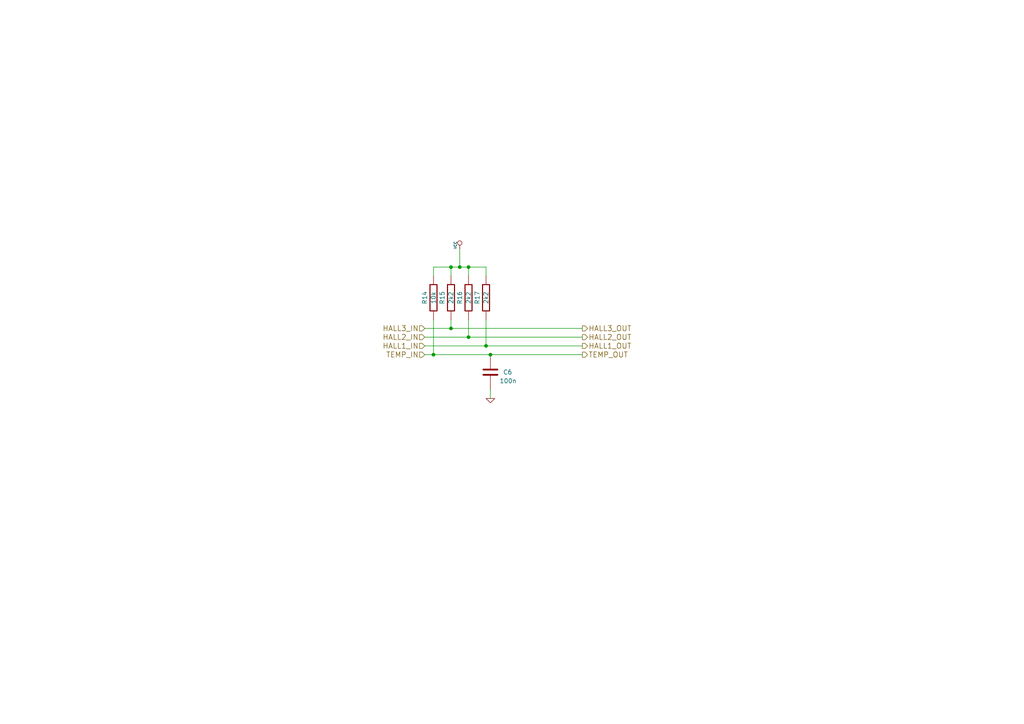
<source format=kicad_sch>
(kicad_sch (version 20231120) (generator "eeschema") (generator_version "8.0")
  (paper "A4")
  (lib_symbols
    (symbol "BLDC_4-rescue:C-RESCUE-BLDC_4" (pin_numbers hide) (pin_names (offset 0.254))
      (property "Reference" "C" (at 0 2.54 0))
      (property "Value" "C-RESCUE-BLDC_4" (at 0.1524 -2.159 0))
      (symbol "C-RESCUE-BLDC_4_0_1"
        (polyline (pts (xy -2.032 -0.762) (xy 2.032 -0.762)) (stroke (width 0.508)))
        (polyline (pts (xy -2.032 0.762) (xy 2.032 0.762)) (stroke (width 0.508)))
      )
      (symbol "C-RESCUE-BLDC_4_1_1"
        (pin passive line (at 0 5.08 270) (length 4.318) (name "~") (number "1"))
        (pin passive line (at 0 -5.08 90) (length 4.318) (name "~") (number "2"))
      )
    )
    (symbol "BLDC_4-rescue:GND-RESCUE-BLDC_4" (power) (pin_names (offset 0))
      (symbol "GND-RESCUE-BLDC_4_0_1"
        (polyline (pts (xy -1.27 0) (xy 0 -1.27) (xy 1.27 0) (xy -1.27 0)))
      )
      (symbol "GND-RESCUE-BLDC_4_1_1"
        (pin power_in line (at 0 0 90) (length 0) hide (name "GND") (number "1"))
      )
    )
    (symbol "BLDC_4-rescue:R-RESCUE-BLDC_4" (pin_numbers hide) (pin_names (offset 0))
      (property "Reference" "R" (at 2.032 0 90))
      (property "Value" "R-RESCUE-BLDC_4" (at 0.1778 0.0254 90))
      (symbol "R-RESCUE-BLDC_4_0_1"
        (rectangle (start -1.016 3.81) (end 1.016 -3.81) (stroke (width 0.3048)))
      )
      (symbol "R-RESCUE-BLDC_4_1_1"
        (pin passive line (at 0 6.35 270) (length 2.54) (name "~") (number "1"))
        (pin passive line (at 0 -6.35 90) (length 2.54) (name "~") (number "2"))
      )
    )
    (symbol "BLDC_4-rescue:VCC" (power) (pin_names (offset 0))
      (property "Value" "VCC" (at 0 3.81 0))
      (symbol "VCC_0_1"
        (polyline (pts (xy 0 0) (xy 0 1.27)))
        (circle (center 0 1.905) (radius 0.635))
      )
      (symbol "VCC_1_1"
        (pin power_in line (at 0 0 90) (length 0) hide (name "VCC") (number "1"))
      )
    )
  )
  (junction (at 135.89 77.47))
  (junction (at 133.35 77.47))
  (junction (at 125.73 102.87))
  (junction (at 130.81 95.25))
  (junction (at 130.81 77.47))
  (junction (at 135.89 97.79))
  (junction (at 140.97 100.33))
  (junction (at 142.24 102.87))
  (wire (pts (xy 135.89 97.79) (xy 168.91 97.79)))
  (wire (pts (xy 130.81 92.71) (xy 130.81 95.25)))
  (wire (pts (xy 130.81 77.47) (xy 133.35 77.47)))
  (wire (pts (xy 140.97 100.33) (xy 168.91 100.33)))
  (wire (pts (xy 135.89 92.71) (xy 135.89 97.79)))
  (wire (pts (xy 135.89 77.47) (xy 140.97 77.47)))
  (wire (pts (xy 125.73 77.47) (xy 125.73 80.01)))
  (wire (pts (xy 125.73 77.47) (xy 130.81 77.47)))
  (wire (pts (xy 123.19 95.25) (xy 130.81 95.25)))
  (wire (pts (xy 142.24 113.03) (xy 142.24 115.57)))
  (wire (pts (xy 123.19 100.33) (xy 140.97 100.33)))
  (wire (pts (xy 142.24 102.87) (xy 168.91 102.87)))
  (wire (pts (xy 125.73 102.87) (xy 142.24 102.87)))
  (wire (pts (xy 130.81 95.25) (xy 168.91 95.25)))
  (wire (pts (xy 133.35 77.47) (xy 135.89 77.47)))
  (wire (pts (xy 123.19 102.87) (xy 125.73 102.87)))
  (wire (pts (xy 125.73 92.71) (xy 125.73 102.87)))
  (wire (pts (xy 140.97 92.71) (xy 140.97 100.33)))
  (wire (pts (xy 130.81 80.01) (xy 130.81 77.47)))
  (wire (pts (xy 135.89 77.47) (xy 135.89 80.01)))
  (wire (pts (xy 133.35 72.39) (xy 133.35 77.47)))
  (wire (pts (xy 123.19 97.79) (xy 135.89 97.79)))
  (wire (pts (xy 140.97 77.47) (xy 140.97 80.01)))
  (hierarchical_label "HALL2_OUT" (shape output) (at 168.91 97.79 0) (effects (font (size 1.524 1.524))))
  (hierarchical_label "HALL3_OUT" (shape output) (at 168.91 95.25 0) (effects (font (size 1.524 1.524))))
  (hierarchical_label "HALL2_IN" (shape input) (at 123.19 97.79 180) (effects (font (size 1.524 1.524))))
  (hierarchical_label "HALL1_IN" (shape input) (at 123.19 100.33 180) (effects (font (size 1.524 1.524))))
  (hierarchical_label "TEMP_OUT" (shape output) (at 168.91 102.87 0) (effects (font (size 1.524 1.524))))
  (hierarchical_label "HALL1_OUT" (shape output) (at 168.91 100.33 0) (effects (font (size 1.524 1.524))))
  (hierarchical_label "HALL3_IN" (shape input) (at 123.19 95.25 180) (effects (font (size 1.524 1.524))))
  (hierarchical_label "TEMP_IN" (shape input) (at 123.19 102.87 180) (effects (font (size 1.524 1.524))))
  (symbol (lib_id "BLDC_4-rescue:R-RESCUE-BLDC_4") (at 125.73 86.36 180) (unit 1)
    (property "Reference" "R14" (at 123.19 86.36 90))
    (property "Value" "10k" (at 125.73 86.36 90))
    (property "Footprint" "Resistor_SMD:R_0603_1608Metric" (effects (hide yes)))
  )
  (symbol (lib_id "BLDC_4-rescue:R-RESCUE-BLDC_4") (at 130.81 86.36 180) (unit 1)
    (property "Reference" "R15" (at 128.27 86.36 90))
    (property "Value" "2k2" (at 130.81 86.36 90))
    (property "Footprint" "Resistor_SMD:R_0603_1608Metric" (effects (hide yes)))
  )
  (symbol (lib_id "BLDC_4-rescue:R-RESCUE-BLDC_4") (at 135.89 86.36 180) (unit 1)
    (property "Reference" "R16" (at 133.35 86.36 90))
    (property "Value" "2k2" (at 135.89 86.36 90))
    (property "Footprint" "Resistor_SMD:R_0603_1608Metric" (effects (hide yes)))
  )
  (symbol (lib_id "BLDC_4-rescue:R-RESCUE-BLDC_4") (at 140.97 86.36 180) (unit 1)
    (property "Reference" "R17" (at 138.43 86.36 90))
    (property "Value" "2k2" (at 140.97 86.36 90))
    (property "Footprint" "Resistor_SMD:R_0603_1608Metric" (effects (hide yes)))
  )
  (symbol (lib_id "BLDC_4-rescue:VCC") (at 133.35 72.39 0) (unit 1)
    (property "Reference" "#PWR023" (effects (hide yes)))
    (property "Value" "VCC" (at 132.08 71.12 90) (effects (font (size 0.762 0.762))))
  )
  (symbol (lib_id "BLDC_4-rescue:C-RESCUE-BLDC_4") (at 142.24 107.95 180) (unit 1)
    (property "Reference" "C6" (at 148.59 107.95 0) (effects (justify left)))
    (property "Value" "100n" (at 149.86 110.49 0) (effects (justify left)))
    (property "Footprint" "Capacitor_SMD:C_0603_1608Metric" (effects (hide yes)))
    (instances (project "Cheap FOCer 2 60mm" (path "" (reference "C6") (unit 1)) (path "" (reference "C?") (unit 1))) (project "MyVesc" (path "" (reference "C6") (unit 1))))
  )
  (symbol (lib_id "BLDC_4-rescue:GND-RESCUE-BLDC_4") (at 142.24 115.57 0) (unit 1)
    (property "Reference" "#PWR024" (effects (hide yes)))
    (property "Value" "GND" (effects (hide yes)))
    (instances (project "Cheap FOCer 2 60mm" (path "" (reference "#PWR024") (unit 1)) (path "" (reference "#PWR?") (unit 1))) (project "MyVesc" (path "" (reference "#PWR024") (unit 1))))
  )
)
</source>
